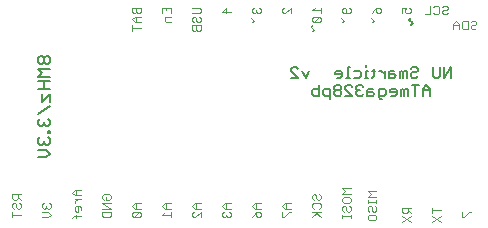
<source format=gbr>
G04 EAGLE Gerber RS-274X export*
G75*
%MOMM*%
%FSLAX34Y34*%
%LPD*%
%INSilkscreen Bottom*%
%IPPOS*%
%AMOC8*
5,1,8,0,0,1.08239X$1,22.5*%
G01*
%ADD10C,0.127000*%
%ADD11C,0.152400*%
%ADD12C,0.101600*%


D10*
X431334Y143510D02*
X431334Y152408D01*
X425403Y143510D01*
X425403Y152408D01*
X421979Y152408D02*
X421979Y144993D01*
X420496Y143510D01*
X417530Y143510D01*
X416047Y144993D01*
X416047Y152408D01*
X398820Y152408D02*
X397337Y150925D01*
X398820Y152408D02*
X401786Y152408D01*
X403269Y150925D01*
X403269Y149442D01*
X401786Y147959D01*
X398820Y147959D01*
X397337Y146476D01*
X397337Y144993D01*
X398820Y143510D01*
X401786Y143510D01*
X403269Y144993D01*
X393914Y143510D02*
X393914Y149442D01*
X392431Y149442D01*
X390948Y147959D01*
X390948Y143510D01*
X390948Y147959D02*
X389465Y149442D01*
X387982Y147959D01*
X387982Y143510D01*
X383076Y149442D02*
X380110Y149442D01*
X378627Y147959D01*
X378627Y143510D01*
X383076Y143510D01*
X384558Y144993D01*
X383076Y146476D01*
X378627Y146476D01*
X375203Y143510D02*
X375203Y149442D01*
X375203Y146476D02*
X372237Y149442D01*
X370754Y149442D01*
X365924Y150925D02*
X365924Y144993D01*
X364441Y143510D01*
X364441Y149442D02*
X367407Y149442D01*
X361170Y149442D02*
X359688Y149442D01*
X359688Y143510D01*
X361170Y143510D02*
X358205Y143510D01*
X359688Y152408D02*
X359688Y153891D01*
X353451Y149442D02*
X349002Y149442D01*
X353451Y149442D02*
X354934Y147959D01*
X354934Y144993D01*
X353451Y143510D01*
X349002Y143510D01*
X345579Y152408D02*
X344096Y152408D01*
X344096Y143510D01*
X345579Y143510D02*
X342613Y143510D01*
X337859Y143510D02*
X334893Y143510D01*
X337859Y143510D02*
X339342Y144993D01*
X339342Y147959D01*
X337859Y149442D01*
X334893Y149442D01*
X333410Y147959D01*
X333410Y146476D01*
X339342Y146476D01*
X311276Y149442D02*
X308310Y143510D01*
X305344Y149442D01*
X301921Y143510D02*
X295989Y143510D01*
X301921Y143510D02*
X295989Y149442D01*
X295989Y150925D01*
X297472Y152408D01*
X300438Y152408D01*
X301921Y150925D01*
X413404Y134202D02*
X413404Y128270D01*
X413404Y134202D02*
X410438Y137168D01*
X407472Y134202D01*
X407472Y128270D01*
X407472Y132719D02*
X413404Y132719D01*
X401083Y128270D02*
X401083Y137168D01*
X404048Y137168D02*
X398117Y137168D01*
X394693Y134202D02*
X394693Y128270D01*
X394693Y134202D02*
X393210Y134202D01*
X391727Y132719D01*
X391727Y128270D01*
X391727Y132719D02*
X390244Y134202D01*
X388761Y132719D01*
X388761Y128270D01*
X383855Y128270D02*
X380889Y128270D01*
X383855Y128270D02*
X385338Y129753D01*
X385338Y132719D01*
X383855Y134202D01*
X380889Y134202D01*
X379406Y132719D01*
X379406Y131236D01*
X385338Y131236D01*
X373017Y125304D02*
X371534Y125304D01*
X370051Y126787D01*
X370051Y134202D01*
X374500Y134202D01*
X375983Y132719D01*
X375983Y129753D01*
X374500Y128270D01*
X370051Y128270D01*
X365145Y134202D02*
X362179Y134202D01*
X360696Y132719D01*
X360696Y128270D01*
X365145Y128270D01*
X366628Y129753D01*
X365145Y131236D01*
X360696Y131236D01*
X357272Y135685D02*
X355790Y137168D01*
X352824Y137168D01*
X351341Y135685D01*
X351341Y134202D01*
X352824Y132719D01*
X354307Y132719D01*
X352824Y132719D02*
X351341Y131236D01*
X351341Y129753D01*
X352824Y128270D01*
X355790Y128270D01*
X357272Y129753D01*
X347917Y128270D02*
X341986Y128270D01*
X347917Y128270D02*
X341986Y134202D01*
X341986Y135685D01*
X343468Y137168D01*
X346434Y137168D01*
X347917Y135685D01*
X338562Y135685D02*
X337079Y137168D01*
X334113Y137168D01*
X332630Y135685D01*
X332630Y134202D01*
X334113Y132719D01*
X332630Y131236D01*
X332630Y129753D01*
X334113Y128270D01*
X337079Y128270D01*
X338562Y129753D01*
X338562Y131236D01*
X337079Y132719D01*
X338562Y134202D01*
X338562Y135685D01*
X337079Y132719D02*
X334113Y132719D01*
X329207Y134202D02*
X329207Y125304D01*
X329207Y134202D02*
X324758Y134202D01*
X323275Y132719D01*
X323275Y129753D01*
X324758Y128270D01*
X329207Y128270D01*
X319852Y128270D02*
X319852Y137168D01*
X319852Y128270D02*
X315403Y128270D01*
X313920Y129753D01*
X313920Y132719D01*
X315403Y134202D01*
X319852Y134202D01*
D11*
X83686Y161443D02*
X82034Y159790D01*
X82034Y156485D01*
X83686Y154833D01*
X85338Y154833D01*
X86991Y156485D01*
X88643Y154833D01*
X90296Y154833D01*
X91948Y156485D01*
X91948Y159790D01*
X90296Y161443D01*
X88643Y161443D01*
X86991Y159790D01*
X85338Y161443D01*
X83686Y161443D01*
X86991Y159790D02*
X86991Y156485D01*
X91948Y150918D02*
X82034Y150918D01*
X85338Y147613D01*
X82034Y144308D01*
X91948Y144308D01*
X91948Y140393D02*
X82034Y140393D01*
X86991Y140393D02*
X86991Y133784D01*
X82034Y133784D02*
X91948Y133784D01*
X85338Y129869D02*
X85338Y123259D01*
X91948Y129869D01*
X91948Y123259D01*
X91948Y119344D02*
X82034Y112735D01*
X83686Y108820D02*
X82034Y107167D01*
X82034Y103862D01*
X83686Y102210D01*
X85338Y102210D01*
X86991Y103862D01*
X86991Y105515D01*
X86991Y103862D02*
X88643Y102210D01*
X90296Y102210D01*
X91948Y103862D01*
X91948Y107167D01*
X90296Y108820D01*
X90296Y98295D02*
X91948Y98295D01*
X90296Y98295D02*
X90296Y96643D01*
X91948Y96643D01*
X91948Y98295D01*
X83686Y93033D02*
X82034Y91380D01*
X82034Y88075D01*
X83686Y86423D01*
X85338Y86423D01*
X86991Y88075D01*
X86991Y89728D01*
X86991Y88075D02*
X88643Y86423D01*
X90296Y86423D01*
X91948Y88075D01*
X91948Y91380D01*
X90296Y93033D01*
X88643Y82508D02*
X82034Y82508D01*
X88643Y82508D02*
X91948Y79203D01*
X88643Y75898D01*
X82034Y75898D01*
D12*
X212338Y202692D02*
X218270Y202692D01*
X219456Y201506D01*
X219456Y199133D01*
X218270Y197947D01*
X212338Y197947D01*
X212338Y191649D02*
X213524Y190462D01*
X212338Y191649D02*
X212338Y194022D01*
X213524Y195208D01*
X214711Y195208D01*
X215897Y194022D01*
X215897Y191649D01*
X217083Y190462D01*
X218270Y190462D01*
X219456Y191649D01*
X219456Y194022D01*
X218270Y195208D01*
X219456Y187724D02*
X212338Y187724D01*
X212338Y184165D01*
X213524Y182978D01*
X214711Y182978D01*
X215897Y184165D01*
X217083Y182978D01*
X218270Y182978D01*
X219456Y184165D01*
X219456Y187724D01*
X215897Y187724D02*
X215897Y184165D01*
X237738Y199133D02*
X244856Y199133D01*
X241297Y202692D02*
X237738Y199133D01*
X241297Y197947D02*
X241297Y202692D01*
X390138Y202692D02*
X390138Y197947D01*
X390138Y202692D02*
X393697Y202692D01*
X392511Y200319D01*
X392511Y199133D01*
X393697Y197947D01*
X396070Y197947D01*
X397256Y199133D01*
X397256Y201506D01*
X396070Y202692D01*
X295656Y202692D02*
X295656Y197947D01*
X295656Y202692D02*
X290911Y197947D01*
X289724Y197947D01*
X288538Y199133D01*
X288538Y201506D01*
X289724Y202692D01*
X313938Y200319D02*
X316311Y202692D01*
X313938Y200319D02*
X321056Y200319D01*
X321056Y197947D02*
X321056Y202692D01*
X319870Y195208D02*
X315124Y195208D01*
X313938Y194022D01*
X313938Y191649D01*
X315124Y190462D01*
X319870Y190462D01*
X321056Y191649D01*
X321056Y194022D01*
X319870Y195208D01*
X315124Y190462D01*
X313938Y187724D02*
X312752Y186537D01*
X315124Y184165D01*
X313938Y182978D01*
X345270Y202692D02*
X346456Y201506D01*
X346456Y199133D01*
X345270Y197947D01*
X340524Y197947D01*
X339338Y199133D01*
X339338Y201506D01*
X340524Y202692D01*
X341711Y202692D01*
X342897Y201506D01*
X342897Y197947D01*
X339338Y195208D02*
X338152Y194022D01*
X340524Y191649D01*
X339338Y190462D01*
X168656Y202692D02*
X161538Y202692D01*
X161538Y199133D01*
X162724Y197947D01*
X163911Y197947D01*
X165097Y199133D01*
X166283Y197947D01*
X167470Y197947D01*
X168656Y199133D01*
X168656Y202692D01*
X165097Y202692D02*
X165097Y199133D01*
X163911Y195208D02*
X168656Y195208D01*
X163911Y195208D02*
X161538Y192835D01*
X163911Y190462D01*
X168656Y190462D01*
X165097Y190462D02*
X165097Y195208D01*
X168656Y185351D02*
X161538Y185351D01*
X161538Y187724D02*
X161538Y182978D01*
X263138Y201506D02*
X264324Y202692D01*
X263138Y201506D02*
X263138Y199133D01*
X264324Y197947D01*
X265511Y197947D01*
X266697Y199133D01*
X266697Y200319D01*
X266697Y199133D02*
X267883Y197947D01*
X269070Y197947D01*
X270256Y199133D01*
X270256Y201506D01*
X269070Y202692D01*
X263138Y195208D02*
X261952Y194022D01*
X264324Y191649D01*
X263138Y190462D01*
X364738Y197947D02*
X365924Y200319D01*
X368297Y202692D01*
X370670Y202692D01*
X371856Y201506D01*
X371856Y199133D01*
X370670Y197947D01*
X369483Y197947D01*
X368297Y199133D01*
X368297Y202692D01*
X364738Y195208D02*
X363552Y194022D01*
X365924Y191649D01*
X364738Y190462D01*
X186938Y197947D02*
X186938Y202692D01*
X194056Y202692D01*
X194056Y197947D01*
X190497Y200319D02*
X190497Y202692D01*
X189311Y195208D02*
X194056Y195208D01*
X189311Y195208D02*
X189311Y191649D01*
X190497Y190462D01*
X194056Y190462D01*
X67056Y44804D02*
X59938Y44804D01*
X59938Y41245D01*
X61124Y40059D01*
X63497Y40059D01*
X64683Y41245D01*
X64683Y44804D01*
X64683Y42432D02*
X67056Y40059D01*
X59938Y33761D02*
X61124Y32575D01*
X59938Y33761D02*
X59938Y36134D01*
X61124Y37320D01*
X62311Y37320D01*
X63497Y36134D01*
X63497Y33761D01*
X64683Y32575D01*
X65870Y32575D01*
X67056Y33761D01*
X67056Y36134D01*
X65870Y37320D01*
X67056Y27463D02*
X59938Y27463D01*
X59938Y25091D02*
X59938Y29836D01*
X113111Y48547D02*
X117856Y48547D01*
X113111Y48547D02*
X110738Y46174D01*
X113111Y43801D01*
X117856Y43801D01*
X114297Y43801D02*
X114297Y48547D01*
X113111Y41062D02*
X117856Y41062D01*
X115483Y41062D02*
X113111Y38690D01*
X113111Y37503D01*
X117856Y33639D02*
X117856Y31267D01*
X117856Y33639D02*
X116670Y34826D01*
X114297Y34826D01*
X113111Y33639D01*
X113111Y31267D01*
X114297Y30080D01*
X115483Y30080D01*
X115483Y34826D01*
X117856Y26155D02*
X111924Y26155D01*
X110738Y24969D01*
X114297Y24969D02*
X114297Y27341D01*
X86524Y37320D02*
X85338Y36134D01*
X85338Y33761D01*
X86524Y32575D01*
X87711Y32575D01*
X88897Y33761D01*
X88897Y34948D01*
X88897Y33761D02*
X90083Y32575D01*
X91270Y32575D01*
X92456Y33761D01*
X92456Y36134D01*
X91270Y37320D01*
X90083Y29836D02*
X85338Y29836D01*
X90083Y29836D02*
X92456Y27463D01*
X90083Y25091D01*
X85338Y25091D01*
X290911Y37320D02*
X295656Y37320D01*
X290911Y37320D02*
X288538Y34948D01*
X290911Y32575D01*
X295656Y32575D01*
X292097Y32575D02*
X292097Y37320D01*
X288538Y29836D02*
X288538Y25091D01*
X289724Y25091D01*
X294470Y29836D01*
X295656Y29836D01*
X270256Y37320D02*
X265511Y37320D01*
X263138Y34948D01*
X265511Y32575D01*
X270256Y32575D01*
X266697Y32575D02*
X266697Y37320D01*
X264324Y27463D02*
X263138Y25091D01*
X264324Y27463D02*
X266697Y29836D01*
X269070Y29836D01*
X270256Y28650D01*
X270256Y26277D01*
X269070Y25091D01*
X267883Y25091D01*
X266697Y26277D01*
X266697Y29836D01*
X244856Y37320D02*
X240111Y37320D01*
X237738Y34948D01*
X240111Y32575D01*
X244856Y32575D01*
X241297Y32575D02*
X241297Y37320D01*
X238924Y29836D02*
X237738Y28650D01*
X237738Y26277D01*
X238924Y25091D01*
X240111Y25091D01*
X241297Y26277D01*
X241297Y27463D01*
X241297Y26277D02*
X242483Y25091D01*
X243670Y25091D01*
X244856Y26277D01*
X244856Y28650D01*
X243670Y29836D01*
X219456Y37320D02*
X214711Y37320D01*
X212338Y34948D01*
X214711Y32575D01*
X219456Y32575D01*
X215897Y32575D02*
X215897Y37320D01*
X219456Y29836D02*
X219456Y25091D01*
X219456Y29836D02*
X214711Y25091D01*
X213524Y25091D01*
X212338Y26277D01*
X212338Y28650D01*
X213524Y29836D01*
X194056Y37320D02*
X189311Y37320D01*
X186938Y34948D01*
X189311Y32575D01*
X194056Y32575D01*
X190497Y32575D02*
X190497Y37320D01*
X189311Y29836D02*
X186938Y27463D01*
X194056Y27463D01*
X194056Y25091D02*
X194056Y29836D01*
X168656Y37320D02*
X163911Y37320D01*
X161538Y34948D01*
X163911Y32575D01*
X168656Y32575D01*
X165097Y32575D02*
X165097Y37320D01*
X167470Y29836D02*
X162724Y29836D01*
X161538Y28650D01*
X161538Y26277D01*
X162724Y25091D01*
X167470Y25091D01*
X168656Y26277D01*
X168656Y28650D01*
X167470Y29836D01*
X162724Y25091D01*
X313938Y41245D02*
X315124Y40059D01*
X313938Y41245D02*
X313938Y43618D01*
X315124Y44804D01*
X316311Y44804D01*
X317497Y43618D01*
X317497Y41245D01*
X318683Y40059D01*
X319870Y40059D01*
X321056Y41245D01*
X321056Y43618D01*
X319870Y44804D01*
X313938Y33761D02*
X315124Y32575D01*
X313938Y33761D02*
X313938Y36134D01*
X315124Y37320D01*
X319870Y37320D01*
X321056Y36134D01*
X321056Y33761D01*
X319870Y32575D01*
X321056Y29836D02*
X313938Y29836D01*
X318683Y29836D02*
X313938Y25091D01*
X317497Y28650D02*
X321056Y25091D01*
X339338Y49794D02*
X346456Y49794D01*
X341711Y47421D02*
X339338Y49794D01*
X341711Y47421D02*
X339338Y45049D01*
X346456Y45049D01*
X339338Y41123D02*
X339338Y38751D01*
X339338Y41123D02*
X340524Y42310D01*
X345270Y42310D01*
X346456Y41123D01*
X346456Y38751D01*
X345270Y37564D01*
X340524Y37564D01*
X339338Y38751D01*
X339338Y31267D02*
X340524Y30080D01*
X339338Y31267D02*
X339338Y33639D01*
X340524Y34826D01*
X341711Y34826D01*
X342897Y33639D01*
X342897Y31267D01*
X344083Y30080D01*
X345270Y30080D01*
X346456Y31267D01*
X346456Y33639D01*
X345270Y34826D01*
X346456Y27341D02*
X346456Y24969D01*
X346456Y26155D02*
X339338Y26155D01*
X339338Y27341D02*
X339338Y24969D01*
X360928Y47254D02*
X368046Y47254D01*
X363301Y44881D02*
X360928Y47254D01*
X363301Y44881D02*
X360928Y42509D01*
X368046Y42509D01*
X368046Y39770D02*
X368046Y37397D01*
X368046Y38583D02*
X360928Y38583D01*
X360928Y37397D02*
X360928Y39770D01*
X360928Y31221D02*
X362114Y30035D01*
X360928Y31221D02*
X360928Y33594D01*
X362114Y34780D01*
X363301Y34780D01*
X364487Y33594D01*
X364487Y31221D01*
X365673Y30035D01*
X366860Y30035D01*
X368046Y31221D01*
X368046Y33594D01*
X366860Y34780D01*
X360928Y26110D02*
X360928Y23737D01*
X360928Y26110D02*
X362114Y27296D01*
X366860Y27296D01*
X368046Y26110D01*
X368046Y23737D01*
X366860Y22551D01*
X362114Y22551D01*
X360928Y23737D01*
X390138Y33510D02*
X397256Y33510D01*
X390138Y33510D02*
X390138Y29951D01*
X391324Y28765D01*
X393697Y28765D01*
X394883Y29951D01*
X394883Y33510D01*
X394883Y31138D02*
X397256Y28765D01*
X397256Y21281D02*
X390138Y26026D01*
X390138Y21281D02*
X397256Y26026D01*
X415538Y31138D02*
X422656Y31138D01*
X415538Y33510D02*
X415538Y28765D01*
X415538Y26026D02*
X422656Y21281D01*
X422656Y26026D02*
X415538Y21281D01*
X137324Y40059D02*
X136138Y41245D01*
X136138Y43618D01*
X137324Y44804D01*
X142070Y44804D01*
X143256Y43618D01*
X143256Y41245D01*
X142070Y40059D01*
X139697Y40059D01*
X139697Y42432D01*
X143256Y37320D02*
X136138Y37320D01*
X143256Y32575D01*
X136138Y32575D01*
X136138Y29836D02*
X143256Y29836D01*
X143256Y26277D01*
X142070Y25091D01*
X137324Y25091D01*
X136138Y26277D01*
X136138Y29836D01*
X440938Y29836D02*
X440938Y25091D01*
X442124Y25091D01*
X446870Y29836D01*
X448056Y29836D01*
X448137Y190336D02*
X449323Y191522D01*
X451696Y191522D01*
X452882Y190336D01*
X452882Y189149D01*
X451696Y187963D01*
X449323Y187963D01*
X448137Y186777D01*
X448137Y185590D01*
X449323Y184404D01*
X451696Y184404D01*
X452882Y185590D01*
X445398Y184404D02*
X445398Y191522D01*
X445398Y184404D02*
X441839Y184404D01*
X440652Y185590D01*
X440652Y190336D01*
X441839Y191522D01*
X445398Y191522D01*
X437914Y189149D02*
X437914Y184404D01*
X437914Y189149D02*
X435541Y191522D01*
X433168Y189149D01*
X433168Y184404D01*
X433168Y187963D02*
X437914Y187963D01*
X424007Y203036D02*
X425193Y204222D01*
X427566Y204222D01*
X428752Y203036D01*
X428752Y201849D01*
X427566Y200663D01*
X425193Y200663D01*
X424007Y199477D01*
X424007Y198290D01*
X425193Y197104D01*
X427566Y197104D01*
X428752Y198290D01*
X417709Y204222D02*
X416522Y203036D01*
X417709Y204222D02*
X420082Y204222D01*
X421268Y203036D01*
X421268Y198290D01*
X420082Y197104D01*
X417709Y197104D01*
X416522Y198290D01*
X413784Y197104D02*
X413784Y204222D01*
X413784Y197104D02*
X409038Y197104D01*
D10*
X399128Y189359D02*
X397645Y187876D01*
X399128Y189359D02*
X396162Y192325D01*
X397645Y193808D01*
M02*

</source>
